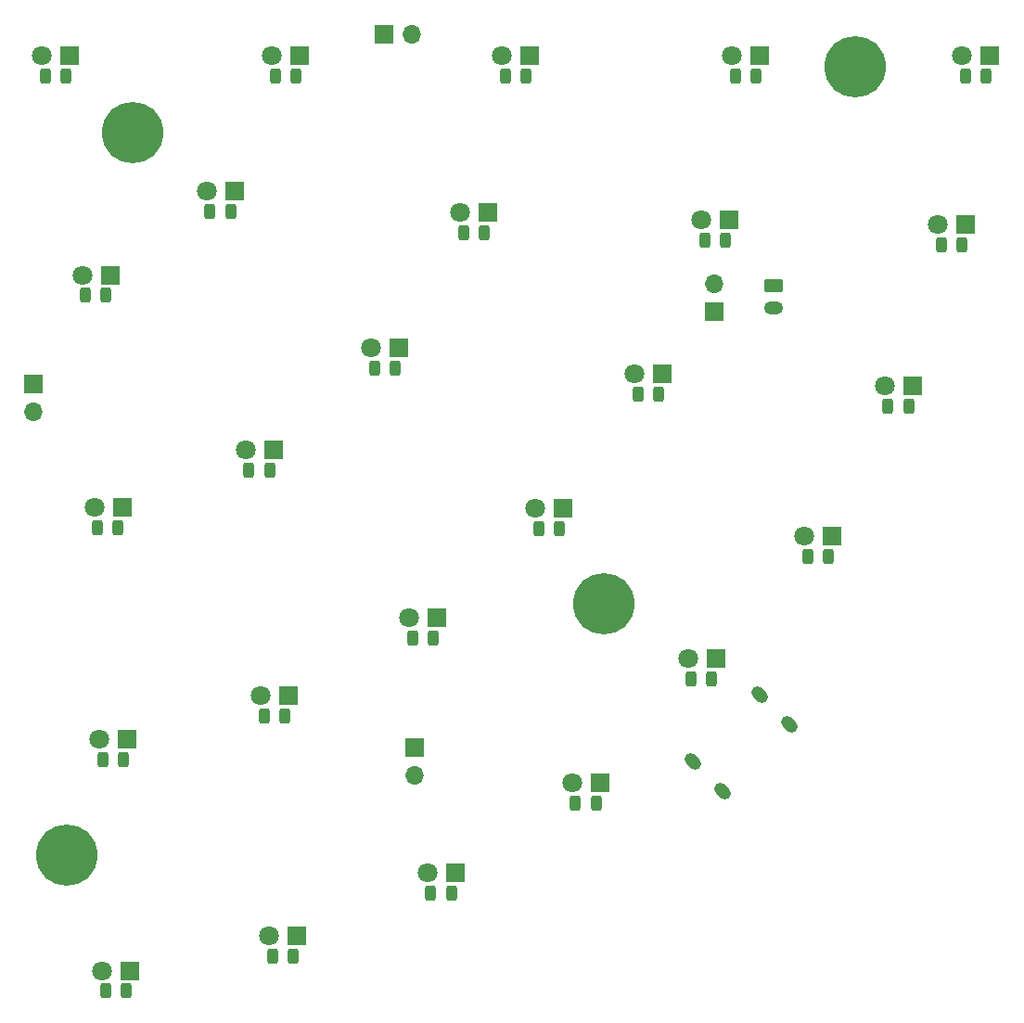
<source format=gbr>
%TF.GenerationSoftware,KiCad,Pcbnew,7.0.8*%
%TF.CreationDate,2025-01-10T21:38:43+01:00*%
%TF.ProjectId,UV_Disc_Charger,55565f44-6973-4635-9f43-686172676572,rev?*%
%TF.SameCoordinates,Original*%
%TF.FileFunction,Soldermask,Bot*%
%TF.FilePolarity,Negative*%
%FSLAX46Y46*%
G04 Gerber Fmt 4.6, Leading zero omitted, Abs format (unit mm)*
G04 Created by KiCad (PCBNEW 7.0.8) date 2025-01-10 21:38:43*
%MOMM*%
%LPD*%
G01*
G04 APERTURE LIST*
G04 Aperture macros list*
%AMRoundRect*
0 Rectangle with rounded corners*
0 $1 Rounding radius*
0 $2 $3 $4 $5 $6 $7 $8 $9 X,Y pos of 4 corners*
0 Add a 4 corners polygon primitive as box body*
4,1,4,$2,$3,$4,$5,$6,$7,$8,$9,$2,$3,0*
0 Add four circle primitives for the rounded corners*
1,1,$1+$1,$2,$3*
1,1,$1+$1,$4,$5*
1,1,$1+$1,$6,$7*
1,1,$1+$1,$8,$9*
0 Add four rect primitives between the rounded corners*
20,1,$1+$1,$2,$3,$4,$5,0*
20,1,$1+$1,$4,$5,$6,$7,0*
20,1,$1+$1,$6,$7,$8,$9,0*
20,1,$1+$1,$8,$9,$2,$3,0*%
%AMHorizOval*
0 Thick line with rounded ends*
0 $1 width*
0 $2 $3 position (X,Y) of the first rounded end (center of the circle)*
0 $4 $5 position (X,Y) of the second rounded end (center of the circle)*
0 Add line between two ends*
20,1,$1,$2,$3,$4,$5,0*
0 Add two circle primitives to create the rounded ends*
1,1,$1,$2,$3*
1,1,$1,$4,$5*%
G04 Aperture macros list end*
%ADD10R,1.700000X1.700000*%
%ADD11O,1.700000X1.700000*%
%ADD12R,1.800000X1.800000*%
%ADD13RoundRect,0.243750X0.243750X0.456250X-0.243750X0.456250X-0.243750X-0.456250X0.243750X-0.456250X0*%
%ADD14C,1.800000*%
%ADD15C,5.600000*%
%ADD16RoundRect,0.250000X-0.625000X0.350000X-0.625000X-0.350000X0.625000X-0.350000X0.625000X0.350000X0*%
%ADD17O,1.750000X1.200000*%
%ADD18HorizOval,1.100000X-0.212132X0.212132X0.212132X-0.212132X0*%
G04 APERTURE END LIST*
D10*
%TO.C,J6*%
X147800000Y-88125000D03*
D11*
X147800000Y-90665000D03*
%TD*%
D10*
%TO.C,J5*%
X113000000Y-55000000D03*
D11*
X113000000Y-57540000D03*
%TD*%
D10*
%TO.C,J3*%
X145000000Y-23000000D03*
D11*
X147540000Y-23000000D03*
%TD*%
D12*
%TO.C,D29*%
X185867500Y-68829998D03*
D13*
X185525000Y-70680000D03*
X183650000Y-70680000D03*
D14*
X183327500Y-68829998D03*
%TD*%
%TO.C,D28*%
X134487500Y-105339998D03*
D13*
X134810000Y-107190000D03*
X136685000Y-107190000D03*
D12*
X137027500Y-105339998D03*
%TD*%
%TO.C,D27*%
X164667500Y-91389998D03*
D13*
X164325000Y-93240000D03*
X162450000Y-93240000D03*
D14*
X162127500Y-91389998D03*
%TD*%
%TO.C,D26*%
X133747500Y-83439998D03*
D13*
X134070000Y-85290000D03*
X135945000Y-85290000D03*
D12*
X136287500Y-83439998D03*
%TD*%
%TO.C,D25*%
X149777500Y-76279998D03*
D13*
X149435000Y-78130000D03*
X147560000Y-78130000D03*
D14*
X147237500Y-76279998D03*
%TD*%
D12*
%TO.C,D24*%
X151457500Y-99579998D03*
D13*
X151115000Y-101430000D03*
X149240000Y-101430000D03*
D14*
X148917500Y-99579998D03*
%TD*%
D12*
%TO.C,D23*%
X175247500Y-80039998D03*
D13*
X174905000Y-81890000D03*
X173030000Y-81890000D03*
D14*
X172707500Y-80039998D03*
%TD*%
D12*
%TO.C,D22*%
X121817500Y-108519998D03*
D13*
X121475000Y-110370000D03*
X119600000Y-110370000D03*
D14*
X119277500Y-108519998D03*
%TD*%
D12*
%TO.C,D21*%
X161337500Y-66309998D03*
D13*
X160995000Y-68160000D03*
X159120000Y-68160000D03*
D14*
X158797500Y-66309998D03*
%TD*%
%TO.C,D20*%
X119007500Y-87409998D03*
D13*
X119330000Y-89260000D03*
X121205000Y-89260000D03*
D12*
X121547500Y-87409998D03*
%TD*%
%TO.C,D19*%
X146367500Y-51669998D03*
D13*
X146025000Y-53520000D03*
X144150000Y-53520000D03*
D14*
X143827500Y-51669998D03*
%TD*%
D12*
%TO.C,D18*%
X134867500Y-60959998D03*
D13*
X134525000Y-62810000D03*
X132650000Y-62810000D03*
D14*
X132327500Y-60959998D03*
%TD*%
D12*
%TO.C,D17*%
X121057500Y-66239998D03*
D13*
X120715000Y-68090000D03*
X118840000Y-68090000D03*
D14*
X118517500Y-66239998D03*
%TD*%
D12*
%TO.C,D16*%
X131307500Y-37329998D03*
D13*
X130965000Y-39180000D03*
X129090000Y-39180000D03*
D14*
X128767500Y-37329998D03*
%TD*%
D12*
%TO.C,D15*%
X119957500Y-45019998D03*
D13*
X119615000Y-46870000D03*
X117740000Y-46870000D03*
D14*
X117417500Y-45019998D03*
%TD*%
D12*
%TO.C,D14*%
X193207500Y-55139998D03*
D13*
X192865000Y-56990000D03*
X190990000Y-56990000D03*
D14*
X190667500Y-55139998D03*
%TD*%
D12*
%TO.C,D13*%
X198067500Y-40379998D03*
D13*
X197725000Y-42230000D03*
X195850000Y-42230000D03*
D14*
X195527500Y-40379998D03*
%TD*%
D12*
%TO.C,D12*%
X176467500Y-40009998D03*
D13*
X176125000Y-41860000D03*
X174250000Y-41860000D03*
D14*
X173927500Y-40009998D03*
%TD*%
D12*
%TO.C,D11*%
X200287500Y-24999998D03*
D13*
X199945000Y-26850000D03*
X198070000Y-26850000D03*
D14*
X197747500Y-24999998D03*
%TD*%
D12*
%TO.C,D10*%
X179287500Y-24999998D03*
D13*
X178945000Y-26850000D03*
X177070000Y-26850000D03*
D14*
X176747500Y-24999998D03*
%TD*%
D12*
%TO.C,D9*%
X170387500Y-54009998D03*
D13*
X170045000Y-55860000D03*
X168170000Y-55860000D03*
D14*
X167847500Y-54009998D03*
%TD*%
D12*
%TO.C,D8*%
X154437500Y-39279998D03*
D13*
X154095000Y-41130000D03*
X152220000Y-41130000D03*
D14*
X151897500Y-39279998D03*
%TD*%
D12*
%TO.C,D7*%
X158287500Y-24999998D03*
D13*
X157945000Y-26850000D03*
X156070000Y-26850000D03*
D14*
X155747500Y-24999998D03*
%TD*%
D12*
%TO.C,D6*%
X137287500Y-24999998D03*
D13*
X136945000Y-26850000D03*
X135070000Y-26850000D03*
D14*
X134747500Y-24999998D03*
%TD*%
D12*
%TO.C,D5*%
X116287500Y-24999998D03*
D13*
X115945000Y-26850000D03*
X114070000Y-26850000D03*
D14*
X113747500Y-24999998D03*
%TD*%
D10*
%TO.C,SW1*%
X175150000Y-48375000D03*
D11*
X175150000Y-45835000D03*
%TD*%
D15*
%TO.C,H4*%
X165000000Y-75000000D03*
%TD*%
%TO.C,H3*%
X116000000Y-98000000D03*
%TD*%
%TO.C,H2*%
X188000000Y-26000000D03*
%TD*%
D16*
%TO.C,J2*%
X180500000Y-46000000D03*
D17*
X180500000Y-48000000D03*
%TD*%
D18*
%TO.C,J1*%
X173156875Y-89415881D03*
X175843881Y-92102887D03*
X179266277Y-83306479D03*
X181953283Y-85993485D03*
%TD*%
D15*
%TO.C,H1*%
X122000000Y-32000000D03*
%TD*%
M02*

</source>
